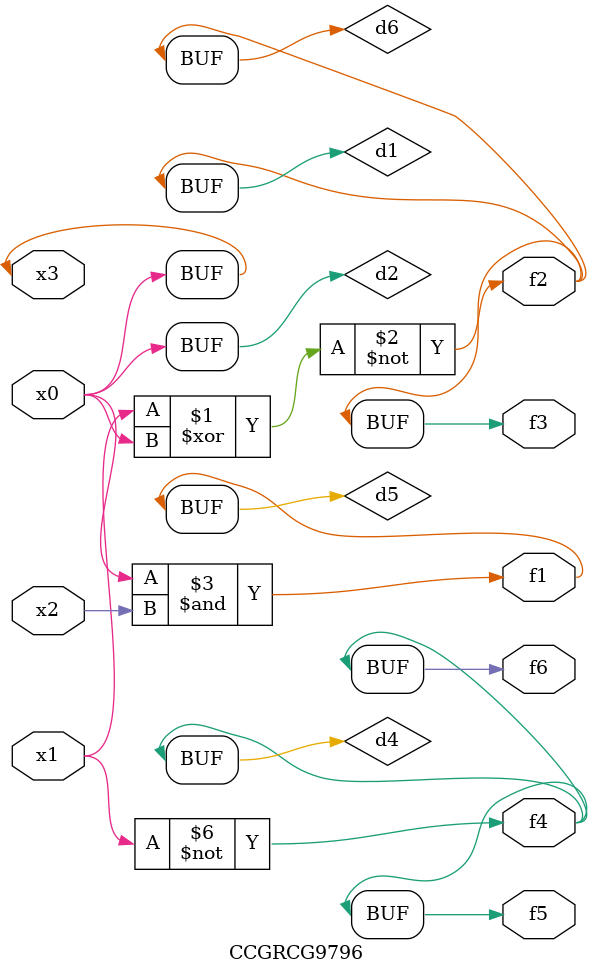
<source format=v>
module CCGRCG9796(
	input x0, x1, x2, x3,
	output f1, f2, f3, f4, f5, f6
);

	wire d1, d2, d3, d4, d5, d6;

	xnor (d1, x1, x3);
	buf (d2, x0, x3);
	nand (d3, x0, x2);
	not (d4, x1);
	nand (d5, d3);
	or (d6, d1);
	assign f1 = d5;
	assign f2 = d6;
	assign f3 = d6;
	assign f4 = d4;
	assign f5 = d4;
	assign f6 = d4;
endmodule

</source>
